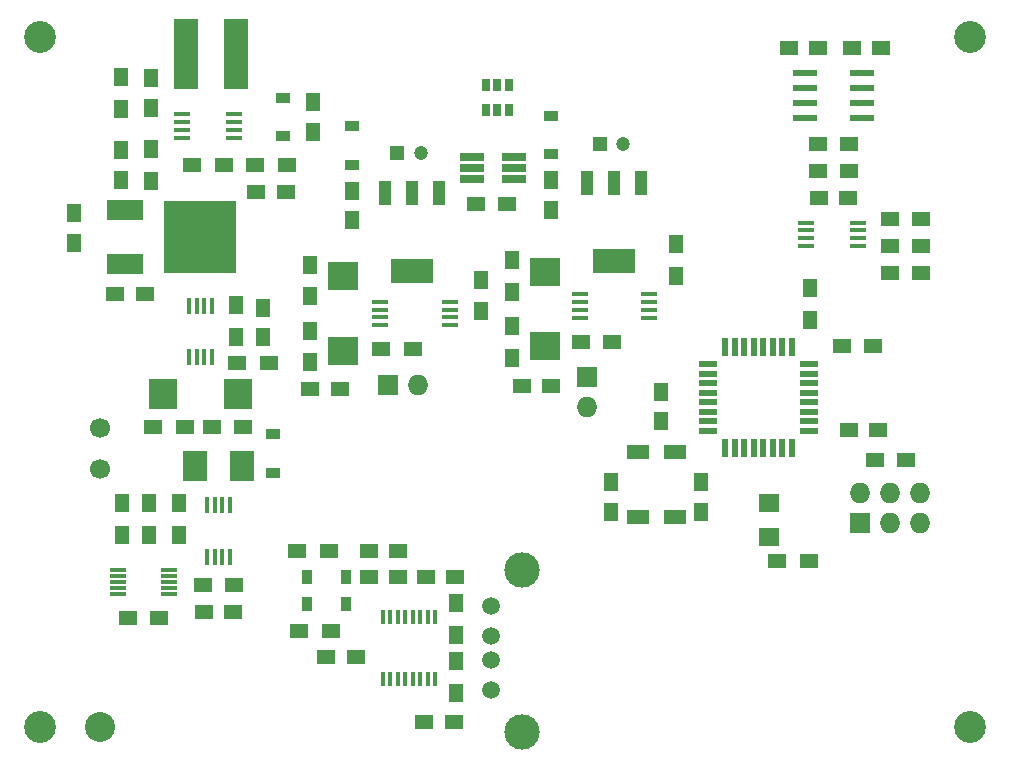
<source format=gts>
G04 #@! TF.FileFunction,Soldermask,Top*
%FSLAX46Y46*%
G04 Gerber Fmt 4.6, Leading zero omitted, Abs format (unit mm)*
G04 Created by KiCad (PCBNEW (after 2015-mar-04 BZR unknown)-product) date Fri 03 Jul 2015 12:32:40 AM EDT*
%MOMM*%
G01*
G04 APERTURE LIST*
%ADD10C,0.100000*%
%ADD11R,2.500000X2.400000*%
%ADD12R,1.250000X1.500000*%
%ADD13R,1.500000X1.250000*%
%ADD14R,1.220000X0.910000*%
%ADD15R,1.800860X1.597660*%
%ADD16R,0.910000X1.220000*%
%ADD17R,1.727200X1.727200*%
%ADD18O,1.727200X1.727200*%
%ADD19C,1.501140*%
%ADD20C,2.999740*%
%ADD21R,3.657600X2.032000*%
%ADD22R,1.016000X2.032000*%
%ADD23R,2.000000X2.500000*%
%ADD24R,2.400000X2.500000*%
%ADD25R,1.500000X1.300000*%
%ADD26R,1.300000X1.500000*%
%ADD27R,1.998980X0.690880*%
%ADD28R,1.600000X0.550000*%
%ADD29R,0.550000X1.600000*%
%ADD30R,0.450000X1.450000*%
%ADD31R,1.400000X0.300000*%
%ADD32R,1.450000X0.450000*%
%ADD33R,3.048000X1.651000*%
%ADD34R,6.096000X6.096000*%
%ADD35R,0.400000X1.200000*%
%ADD36R,2.000000X6.000000*%
%ADD37R,0.650000X1.060000*%
%ADD38R,1.900000X1.300000*%
%ADD39C,2.540000*%
%ADD40C,2.700000*%
%ADD41R,2.030000X0.610000*%
%ADD42C,1.700000*%
%ADD43R,1.200000X1.200000*%
%ADD44C,1.200000*%
G04 APERTURE END LIST*
D10*
D11*
X146304000Y-76352000D03*
X146304000Y-82652000D03*
D12*
X156083000Y-89007000D03*
X156083000Y-86507000D03*
X151828500Y-94190500D03*
X151828500Y-96690500D03*
D13*
X171978000Y-89789000D03*
X174478000Y-89789000D03*
D12*
X159512000Y-94190500D03*
X159512000Y-96690500D03*
D13*
X117368000Y-105156000D03*
X119868000Y-105156000D03*
D12*
X122428000Y-81895000D03*
X122428000Y-79395000D03*
D13*
X128885000Y-86296500D03*
X126385000Y-86296500D03*
X146792000Y-86042500D03*
X144292000Y-86042500D03*
D12*
X129921000Y-69489000D03*
X129921000Y-71989000D03*
X146812000Y-68600000D03*
X146812000Y-71100000D03*
X112903000Y-59964000D03*
X112903000Y-62464000D03*
X106426000Y-71394000D03*
X106426000Y-73894000D03*
D13*
X109875000Y-78232000D03*
X112375000Y-78232000D03*
X121813000Y-69596000D03*
X124313000Y-69596000D03*
D12*
X110363000Y-68560000D03*
X110363000Y-66060000D03*
X126619000Y-64496000D03*
X126619000Y-61996000D03*
D13*
X138664000Y-102171500D03*
X136164000Y-102171500D03*
X138537000Y-114490500D03*
X136037000Y-114490500D03*
X130218500Y-108966000D03*
X127718500Y-108966000D03*
X133838000Y-102171500D03*
X131338000Y-102171500D03*
X133838000Y-100012500D03*
X131338000Y-100012500D03*
X171938000Y-70104000D03*
X169438000Y-70104000D03*
X174732000Y-57404000D03*
X172232000Y-57404000D03*
X166898000Y-57404000D03*
X169398000Y-57404000D03*
D14*
X123253500Y-90122500D03*
X123253500Y-93392500D03*
D15*
X165227000Y-95966280D03*
X165227000Y-98806000D03*
D14*
X129921000Y-64024000D03*
X129921000Y-67294000D03*
X146812000Y-63135000D03*
X146812000Y-66405000D03*
X124079000Y-64881000D03*
X124079000Y-61611000D03*
D16*
X126127000Y-102171500D03*
X129397000Y-102171500D03*
X126127000Y-104457500D03*
X129397000Y-104457500D03*
D17*
X172974000Y-97663000D03*
D18*
X172974000Y-95123000D03*
X175514000Y-97663000D03*
X175514000Y-95123000D03*
X178054000Y-97663000D03*
X178054000Y-95123000D03*
D19*
X141668500Y-104648000D03*
X141668500Y-107188000D03*
X141668500Y-109220000D03*
X141668500Y-111760000D03*
D20*
X144335500Y-101600000D03*
X144335500Y-115316000D03*
D21*
X135001000Y-76327000D03*
D22*
X135001000Y-69723000D03*
X132715000Y-69723000D03*
X137287000Y-69723000D03*
D21*
X152146000Y-75438000D03*
D22*
X152146000Y-68834000D03*
X149860000Y-68834000D03*
X154432000Y-68834000D03*
D23*
X116618000Y-92837000D03*
X120618000Y-92837000D03*
D24*
X113944000Y-86741000D03*
X120244000Y-86741000D03*
D25*
X172038000Y-65532000D03*
X169338000Y-65532000D03*
X172038000Y-67818000D03*
X169338000Y-67818000D03*
X143082000Y-70612000D03*
X140382000Y-70612000D03*
X174164000Y-92329000D03*
X176864000Y-92329000D03*
X171370000Y-82677000D03*
X174070000Y-82677000D03*
D26*
X168719500Y-80407500D03*
X168719500Y-77707500D03*
D25*
X168609000Y-100838000D03*
X165909000Y-100838000D03*
D26*
X112776000Y-95932000D03*
X112776000Y-98632000D03*
X110490000Y-98632000D03*
X110490000Y-95932000D03*
D25*
X120730000Y-89535000D03*
X118030000Y-89535000D03*
X115777000Y-89535000D03*
X113077000Y-89535000D03*
D26*
X115316000Y-98632000D03*
X115316000Y-95932000D03*
D25*
X120189000Y-84074000D03*
X122889000Y-84074000D03*
X117268000Y-102870000D03*
X119968000Y-102870000D03*
D26*
X120142000Y-81868000D03*
X120142000Y-79168000D03*
D25*
X110918000Y-105664000D03*
X113618000Y-105664000D03*
D26*
X126365000Y-84027000D03*
X126365000Y-81327000D03*
X143510000Y-83646000D03*
X143510000Y-80946000D03*
D11*
X129159000Y-76733000D03*
X129159000Y-83033000D03*
D26*
X126365000Y-78439000D03*
X126365000Y-75739000D03*
X143510000Y-78058000D03*
X143510000Y-75358000D03*
D25*
X132381000Y-82931000D03*
X135081000Y-82931000D03*
X149272000Y-82296000D03*
X151972000Y-82296000D03*
D26*
X140843000Y-77009000D03*
X140843000Y-79709000D03*
X157353000Y-74024500D03*
X157353000Y-76724500D03*
D25*
X119079000Y-67310000D03*
X116379000Y-67310000D03*
X124413000Y-67310000D03*
X121713000Y-67310000D03*
D26*
X112903000Y-68660000D03*
X112903000Y-65960000D03*
X110363000Y-62564000D03*
X110363000Y-59864000D03*
X138747500Y-112030500D03*
X138747500Y-109330500D03*
X138747500Y-104377500D03*
X138747500Y-107077500D03*
D25*
X125252500Y-100012500D03*
X127952500Y-100012500D03*
X125459500Y-106743500D03*
X128159500Y-106743500D03*
X178134000Y-71882000D03*
X175434000Y-71882000D03*
X175434000Y-74168000D03*
X178134000Y-74168000D03*
X175434000Y-76454000D03*
X178134000Y-76454000D03*
D17*
X132969000Y-85979000D03*
D18*
X135509000Y-85979000D03*
D17*
X149860000Y-85280500D03*
D18*
X149860000Y-87820500D03*
D27*
X140058140Y-66614040D03*
X140058140Y-67564000D03*
X140058140Y-68513960D03*
X143659860Y-68513960D03*
X143659860Y-67564000D03*
X143659860Y-66614040D03*
D28*
X160088000Y-84195000D03*
X160088000Y-84995000D03*
X160088000Y-85795000D03*
X160088000Y-86595000D03*
X160088000Y-87395000D03*
X160088000Y-88195000D03*
X160088000Y-88995000D03*
X160088000Y-89795000D03*
D29*
X161538000Y-91245000D03*
X162338000Y-91245000D03*
X163138000Y-91245000D03*
X163938000Y-91245000D03*
X164738000Y-91245000D03*
X165538000Y-91245000D03*
X166338000Y-91245000D03*
X167138000Y-91245000D03*
D28*
X168588000Y-89795000D03*
X168588000Y-88995000D03*
X168588000Y-88195000D03*
X168588000Y-87395000D03*
X168588000Y-86595000D03*
X168588000Y-85795000D03*
X168588000Y-84995000D03*
X168588000Y-84195000D03*
D29*
X167138000Y-82745000D03*
X166338000Y-82745000D03*
X165538000Y-82745000D03*
X164738000Y-82745000D03*
X163938000Y-82745000D03*
X163138000Y-82745000D03*
X162338000Y-82745000D03*
X161538000Y-82745000D03*
D30*
X119593000Y-96098000D03*
X118943000Y-96098000D03*
X118293000Y-96098000D03*
X117643000Y-96098000D03*
X117643000Y-100498000D03*
X118293000Y-100498000D03*
X118943000Y-100498000D03*
X119593000Y-100498000D03*
X116119000Y-83607000D03*
X116769000Y-83607000D03*
X117419000Y-83607000D03*
X118069000Y-83607000D03*
X118069000Y-79207000D03*
X117419000Y-79207000D03*
X116769000Y-79207000D03*
X116119000Y-79207000D03*
D31*
X114468000Y-103616000D03*
X114468000Y-103116000D03*
X114468000Y-102616000D03*
X114468000Y-102116000D03*
X114468000Y-101616000D03*
X110068000Y-101616000D03*
X110068000Y-102116000D03*
X110068000Y-102616000D03*
X110068000Y-103116000D03*
X110068000Y-103616000D03*
D32*
X132305000Y-78908000D03*
X132305000Y-79558000D03*
X132305000Y-80208000D03*
X132305000Y-80858000D03*
X138205000Y-80858000D03*
X138205000Y-80208000D03*
X138205000Y-79558000D03*
X138205000Y-78908000D03*
X149196000Y-78273000D03*
X149196000Y-78923000D03*
X149196000Y-79573000D03*
X149196000Y-80223000D03*
X155096000Y-80223000D03*
X155096000Y-79573000D03*
X155096000Y-78923000D03*
X155096000Y-78273000D03*
D33*
X110744000Y-71120000D03*
D34*
X117094000Y-73406000D03*
D33*
X110744000Y-75692000D03*
D32*
X115529000Y-63033000D03*
X115529000Y-63683000D03*
X115529000Y-64333000D03*
X115529000Y-64983000D03*
X119929000Y-64983000D03*
X119929000Y-64333000D03*
X119929000Y-63683000D03*
X119929000Y-63033000D03*
D35*
X132524500Y-110804000D03*
X133159500Y-110804000D03*
X133794500Y-110804000D03*
X134429500Y-110804000D03*
X135064500Y-110804000D03*
X135699500Y-110804000D03*
X136334500Y-110804000D03*
X136969500Y-110804000D03*
X136969500Y-105604000D03*
X136334500Y-105604000D03*
X135699500Y-105604000D03*
X135064500Y-105604000D03*
X134429500Y-105604000D03*
X133794500Y-105604000D03*
X133159500Y-105604000D03*
X132524500Y-105604000D03*
D32*
X168337571Y-72196000D03*
X168337571Y-72846000D03*
X168337571Y-73496000D03*
X168337571Y-74146000D03*
X172737571Y-74146000D03*
X172737571Y-73496000D03*
X172737571Y-72846000D03*
X172737571Y-72196000D03*
D36*
X115833000Y-57912000D03*
X120133000Y-57912000D03*
D37*
X141290000Y-62695000D03*
X142240000Y-62695000D03*
X143190000Y-62695000D03*
X143190000Y-60495000D03*
X141290000Y-60495000D03*
X142240000Y-60495000D03*
D38*
X157302000Y-91611000D03*
X157302000Y-97111000D03*
X154102000Y-91611000D03*
X154102000Y-97111000D03*
D39*
X108585000Y-114935000D03*
D40*
X103505000Y-114935000D03*
X103505000Y-56515000D03*
X182245000Y-56515000D03*
X182245000Y-114935000D03*
D41*
X168238000Y-59563000D03*
X168238000Y-60833000D03*
X168238000Y-62103000D03*
X168238000Y-63373000D03*
X173138000Y-59563000D03*
X173138000Y-60833000D03*
X173138000Y-62103000D03*
X173138000Y-63373000D03*
D42*
X108585000Y-93063000D03*
X108585000Y-89563000D03*
D43*
X150892000Y-65532000D03*
D44*
X152892000Y-65532000D03*
D43*
X133747000Y-66294000D03*
D44*
X135747000Y-66294000D03*
M02*

</source>
